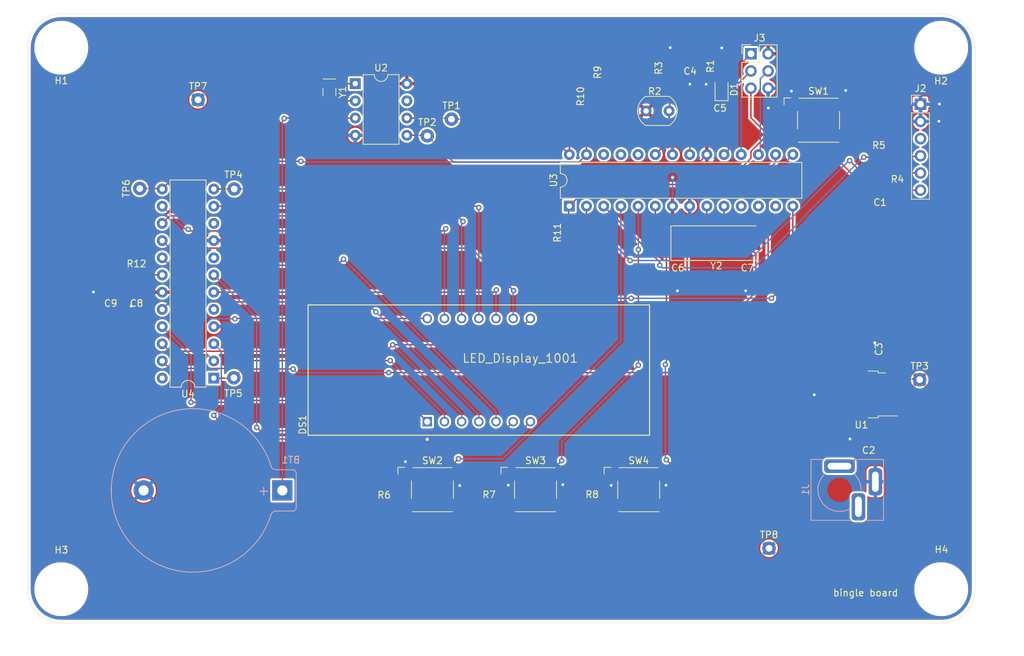
<source format=kicad_pcb>
(kicad_pcb (version 20211014) (generator pcbnew)
  (layers (0 "F.Cu" signal) (31 "B.Cu" signal) (34 "B.Paste" user) (35 "F.Paste" user) (36 "B.SilkS" user "B.Silkscreen") (37 "F.SilkS" user "F.Silkscreen") (38 "B.Mask" user) (39 "F.Mask" user) (44 "Edge.Cuts" user))
  (net 0 "")
  (net 1 "Net-(BT1-Pad1)")
  (net 2 "GND")
  (net 3 "~{RESET}")
  (net 4 "Net-(C1-Pad2)")
  (net 5 "Net-(C2-Pad1)")
  (net 6 "VCC")
  (net 7 "Net-(C4-Pad1)")
  (net 8 "Net-(C6-Pad2)")
  (net 9 "Net-(C7-Pad2)")
  (net 10 "Net-(D1-Pad1)")
  (net 11 "LED_SCK")
  (net 12 "Net-(DS1-Pad1)")
  (net 13 "Net-(DS1-Pad2)")
  (net 14 "Net-(DS1-Pad3)")
  (net 15 "Net-(DS1-Pad4)")
  (net 16 "Net-(DS1-Pad5)")
  (net 17 "Net-(DS1-Pad6)")
  (net 18 "Net-(DS1-Pad7)")
  (net 19 "Net-(DS1-Pad9)")
  (net 20 "Net-(DS1-Pad10)")
  (net 21 "Net-(DS1-Pad11)")
  (net 22 "Net-(DS1-Pad12)")
  (net 23 "Net-(DS1-Pad13)")
  (net 24 "Net-(DS1-Pad14)")
  (net 26 "Net-(J2-Pad5)")
  (net 27 "Net-(J2-Pad4)")
  (net 29 "MISO")
  (net 30 "MOSI")
  (net 31 "LIGHT_SENSOR")
  (net 32 "RXD")
  (net 33 "TXD")
  (net 34 "BTN_DWN")
  (net 35 "BTN_SEL")
  (net 36 "BTN_UP")
  (net 37 "SDA")
  (net 38 "SCL")
  (net 39 "Net-(R12-Pad2)")
  (net 40 "Net-(U2-Pad1)")
  (net 41 "Net-(U2-Pad2)")
  (net 43 "DISP_LOAD")
  (net 44 "DISP_DATA")
  (net 51 "DISP_CLK")
  (footprint "footprints:MountingHole_3.2mm_M3" (layer "F.Cu") (at 215 140)
    (fp_text reference "H4")
    (fp_text value "MountingHole")
  )
  (footprint "footprints:C_0805_2012Metric" (layer "F.Cu") (at 180.2892 68.0212 90)
    (fp_text reference "C5")
    (fp_text value "C_0805_0.1uf")
  )
  (footprint "footprints:TestPoint_THTPad_D2.0mm_Drill1.0mm" (layer "F.Cu") (at 110.5414 80.8736 90)
    (fp_text reference "TP4")
    (fp_text value "TestPoint")
  )
  (footprint "footprints:R_0805_2012Metric" (layer "F.Cu") (at 132.6896 127.7366)
    (fp_text reference "R6")
    (fp_text value "R_0805_10K")
  )
  (footprint "footprints:R_0805_2012Metric" (layer "F.Cu") (at 162.5854 63.6388 -90)
    (fp_text reference "R9")
    (fp_text value "R_0805_4.7K")
  )
  (footprint "footprints:C_0805_2012Metric" (layer "F.Cu") (at 96.1136 96.1136 180)
    (fp_text reference "C8")
    (fp_text value "C_0805_0.1uf")
  )
  (footprint "footprints:TestPoint_THTPad_D2.0mm_Drill1.0mm" (layer "F.Cu") (at 211.8106 109.0422)
    (fp_text reference "TP3")
    (fp_text value "TestPoint")
  )
  (footprint "footprints:C_0805_2012Metric" (layer "F.Cu") (at 204.284 117.8306 180)
    (fp_text reference "C2")
    (fp_text value "C_0805_1uf")
  )
  (footprint "footprints:R_0805_2012Metric" (layer "F.Cu") (at 148.209 127.6858)
    (fp_text reference "R7")
    (fp_text value "R_0805_10K")
  )
  (footprint "footprints:Crystal_SMD_HC49-SD" (layer "F.Cu") (at 181.7624 88.8746)
    (fp_text reference "Y2")
    (fp_text value "Crystal_16MHz")
  )
  (footprint "footprints:PinHeader_1x06_P2.54mm_Vertical" (layer "F.Cu") (at 211.9376 68.3514)
    (fp_text reference "J2")
    (fp_text value "Conn_01x06")
  )
  (footprint "footprints:Crystal_SMD_2Pin_3.2x1.5mm" (layer "F.Cu") (at 124.6124 66.5734 -90)
    (fp_text reference "Y1")
    (fp_text value "Crystal_32768Hz")
  )
  (footprint "footprints:R_0805_2012Metric" (layer "F.Cu") (at 160.0708 67.183 -90)
    (fp_text reference "R10")
    (fp_text value "R_0805_4.7K")
  )
  (footprint "footprints:R_0805_2012Metric" (layer "F.Cu") (at 205.7654 78.486)
    (fp_text reference "R4")
    (fp_text value "R_0805_47")
  )
  (footprint "footprints:R_0805_2012Metric" (layer "F.Cu") (at 163.4236 127.6604)
    (fp_text reference "R8")
    (fp_text value "R_0805_10K")
  )
  (footprint "footprints:R_0805_2012Metric" (layer "F.Cu") (at 205.7908 76.073)
    (fp_text reference "R5")
    (fp_text value "R_0805_47")
  )
  (footprint "footprints:DIP-8_W7.62mm" (layer "F.Cu") (at 128.4324 65.3134)
    (fp_text reference "U2")
    (fp_text value "DS1307_DIP-8")
  )
  (footprint "footprints:PinHeader_2x03_P2.54mm_Vertical" (layer "F.Cu") (at 186.8882 60.8988)
    (fp_text reference "J3")
    (fp_text value "Conn_02x03_Odd_Even")
  )
  (footprint "footprints:TestPoint_THTPad_D2.0mm_Drill1.0mm" (layer "F.Cu") (at 110.4906 108.7628 90)
    (fp_text reference "TP5")
    (fp_text value "TestPoint")
  )
  (footprint "footprints:MountingHole_3.2mm_M3" (layer "F.Cu") (at 215 60)
    (fp_text reference "H2")
    (fp_text value "MountingHole")
  )
  (footprint "footprints:SW_SPST_Omron_B3FS-100xP" (layer "F.Cu") (at 155.067 125.2982)
    (fp_text reference "SW3")
    (fp_text value "Omron_B3F_SPST")
  )
  (footprint "footprints:MountingHole_3.2mm_M3" (layer "F.Cu") (at 85 140)
    (fp_text reference "H3")
    (fp_text value "MountingHole")
  )
  (footprint "footprints:TestPoint_THTPad_D2.0mm_Drill1.0mm" (layer "F.Cu") (at 142.6478 70.5552)
    (fp_text reference "TP1")
    (fp_text value "TestPoint")
  )
  (footprint "footprints:SW_SPST_Omron_B3FS-100xP" (layer "F.Cu") (at 139.827 125.2982)
    (fp_text reference "SW2")
    (fp_text value "Omron_B3F_SPST")
  )
  (footprint "footprints:Adafruit-1001-0-0-MFG" (layer "F.Cu") (at 146.685 107.6258 90)
    (fp_text reference "DS1")
    (fp_text value "LED_Display_1001")
  )
  (footprint "footprints:R_0805_2012Metric" (layer "F.Cu") (at 96.1136 93.5736)
    (fp_text reference "R12")
    (fp_text value "R_0805_22K")
  )
  (footprint "footprints:C_0805_2012Metric" (layer "F.Cu") (at 176.6062 94.234)
    (fp_text reference "C6")
    (fp_text value "C_0805_22pf")
  )
  (footprint "footprints:C_0805_2012Metric" (layer "F.Cu") (at 177.8762 68.0212 90)
    (fp_text reference "C4")
    (fp_text value "C_0805_0.1uf")
  )
  (footprint "footprints:R_0805_2012Metric" (layer "F.Cu") (at 174.9044 63.0174 90)
    (fp_text reference "R3")
    (fp_text value "R_0805_100K")
  )
  (footprint "footprints:DIP-28_W7.62mm" (layer "F.Cu") (at 160.0554 83.4036 90)
    (fp_text reference "U3")
    (fp_text value "ATmega328-PU")
  )
  (footprint "footprints:MountingHole_3.2mm_M3" (layer "F.Cu") (at 85 60)
    (fp_text reference "H1")
    (fp_text value "MountingHole")
  )
  (footprint "footprints:C_0805_2012Metric" (layer "F.Cu") (at 92.3036 96.1136 180)
    (fp_text reference "C9")
    (fp_text value "C_0805_10uf")
  )
  (footprint "footprints:LED_0805_2012Metric" (layer "F.Cu") (at 182.5498 66.1416 90)
    (fp_text reference "D1")
    (fp_text value "LED_0805")
  )
  (footprint "footprints:SW_SPST_Omron_B3FS-100xP" (layer "F.Cu") (at 170.307 125.2982)
    (fp_text reference "SW4")
    (fp_text value "Omron_B3F_SPST")
  )
  (footprint "footprints:C_0805_2012Metric" (layer "F.Cu") (at 205.8416 81.0514)
    (fp_text reference "C1")
    (fp_text value "C_0805_0.1uf")
  )
  (footprint "footprints:TO-252-2" (layer "F.Cu") (at 203.2172 111.2266 180)
    (fp_text reference "U1")
    (fp_text value "L7805")
  )
  (footprint "footprints:R_0805_2012Metric" (layer "F.Cu") (at 182.5498 62.738 90)
    (fp_text reference "R1")
    (fp_text value "R_0805_2.2K")
  )
  (footprint "footprints:R_LDR_4.9x4.2mm_P2.54mm_Vertical" (layer "F.Cu") (at 171.4006 69.342)
    (fp_text reference "R2")
    (fp_text value "PhotoconductivePhotocell")
  )
  (footprint "footprints:R_0805_2012Metric" (layer "F.Cu") (at 159.9438 87.3252 90)
    (fp_text reference "R11")
    (fp_text value "R_0805_10K")
  )
  (footprint "footprints:DIP-24_W7.62mm" (layer "F.Cu") (at 107.5336 108.8186 180)
    (fp_text reference "U4")
    (fp_text value "MAX7219")
  )
  (footprint "footprints:C_0805_2012Metric" (layer "F.Cu") (at 207.4336 104.5328 90)
    (fp_text reference "C3")
    (fp_text value "C_0805_0.1uf")
  )
  (footprint "footprints:C_0805_2012Metric" (layer "F.Cu") (at 186.7662 94.234)
    (fp_text reference "C7")
    (fp_text value "C_0805_22pf")
  )
  (footprint "footprints:TestPoint_THTPad_D2.0mm_Drill1.0mm" (layer "F.Cu") (at 105.2068 67.691)
    (fp_text reference "TP7")
    (fp_text value "TestPoint")
  )
  (footprint "footprints:TestPoint_THTPad_D2.0mm_Drill1.0mm" (layer "F.Cu") (at 96.5968 80.7974 90)
    (fp_text reference "TP6")
    (fp_text value "TestPoint")
  )
  (footprint "footprints:SW_SPST_Omron_B3FS-100xP" (layer "F.Cu") (at 196.8754 70.7136)
    (fp_text reference "SW1")
    (fp_text value "Omron_B3F_SPST")
  )
  (footprint "footprints:TestPoint_THTPad_D2.0mm_Drill1.0mm" (layer "F.Cu") (at 139.0664 73.019)
    (fp_text reference "TP2")
    (fp_text value "TestPoint")
  )
  (footprint "footprints:TestPoint_THTPad_D2.0mm_Drill1.0mm" (layer "F.Cu") (at 189.5602 133.9596)
    (fp_text reference "TP8")
    (fp_text value "TestPoint")
  )
  (footprint "footprints:BatteryHolder_Keystone_106_1x20mm" (layer "B.Cu") (at 117.658686 125.405817 180)
    (fp_text reference "BT1")
    (fp_text value "Battery_Cell")
  )
  (footprint "footprints:Wurth-694106402002" (layer "B.Cu") (at 199.9672 125.3236 -90)
    (fp_text reference "J1")
    (fp_text value "Power_inlet_vertical" hide)
  )
  (gr_line locked (start 220 60) (end 220 140) (layer "Edge.Cuts") (width 0.05))
  (gr_line locked (start 80 60) (end 80 140) (layer "Edge.Cuts") (width 0.05))
  (gr_arc locked (start 80 60) (mid 81.464466 56.464466) (end 85 55) (layer "Edge.Cuts") (width 0.05))
  (gr_arc locked (start 85 145) (mid 81.464466 143.535534) (end 80 140) (layer "Edge.Cuts") (width 0.05))
  (gr_arc locked (start 220 140) (mid 218.535534 143.535534) (end 215 145) (layer "Edge.Cuts") (width 0.05))
  (gr_line locked (start 215 55) (end 85 55) (layer "Edge.Cuts") (width 0.05))
  (gr_arc locked (start 215 55) (mid 218.535534 56.464466) (end 220 60) (layer "Edge.Cuts") (width 0.05))
  (gr_line locked (start 215 145) (end 85 145) (layer "Edge.Cuts") (width 0.05))
  (gr_text "bingle board" (at 203.835 140.5382) (layer "F.SilkS") (effects (font (size 1 1))))
  (segment (start 118.0238 70.3934) (end 128.4324 70.3934) (width 0.2032) (layer "F.Cu") (net 1))
  (segment (start 117.9322 70.4596) (end 117.9576 70.4596) (width 0.2032) (layer "F.Cu") (net 1))
  (segment (start 117.9576 70.4596) (end 118.0238 70.3934) (width 0.2032) (layer "F.Cu") (net 1))
  (via (at 117.9322 70.4596) (size 0.8128) (drill 0.4064) (layers "F.Cu" "B.Cu") (net 1))
  (segment (start 117.9322 70.4596) (end 117.658686 70.733114) (width 0.2032) (layer "B.Cu") (net 1))
  (segment (start 117.658686 70.733114) (end 117.658686 125.405817) (width 0.2032) (layer "B.Cu") (net 1))
  (segment (start 143.827 124.65) (end 143.8656 124.6886) (width 0.2032) (layer "F.Cu") (net 2))
  (segment (start 180.2638 65.405) (end 180.2638 67.1458) (width 0.2032) (layer "F.Cu") (net 2))
  (segment (start 174.3456 123.0868) (end 174.307 123.0482) (width 0.2032) (layer "F.Cu") (net 2))
  (segment (start 175.7562 95.6446) (end 176.022 95.9104) (width 0.2032) (layer "F.Cu") (net 2))
  (segment (start 214.6554 70.866) (end 214.63 70.8914) (width 0.2032) (layer "F.Cu") (net 2))
  (segment (start 95.2636 98.1084) (end 95.2636 96.1136) (width 0.2032) (layer "F.Cu") (net 2))
  (segment (start 166.307 123.0482) (end 166.307 124.5992) (width 0.2032) (layer "F.Cu") (net 2))
  (segment (start 189.4282 65.9788) (end 189.4282 68.8798) (width 0.2032) (layer "F.Cu") (net 2))
  (segment (start 135.827 123.0482) (end 135.827 121.1702) (width 0.2032) (layer "F.Cu") (net 2))
  (segment (start 143.827 123.0482) (end 143.827 124.65) (width 0.2032) (layer "F.Cu") (net 2))
  (segment (start 159.0802 124.5616) (end 159.0802 123.0614) (width 0.2032) (layer "F.Cu") (net 2))
  (segment (start 177.8762 65.3796) (end 177.8762 67.1712) (width 0.2032) (layer "F.Cu") (net 2))
  (segment (start 89.7636 96.0882) (end 91.4282 96.0882) (width 0.2032) (layer "F.Cu") (net 2))
  (segment (start 174.9044 60.0456) (end 174.9044 62.1674) (width 0.2032) (layer "F.Cu") (net 2))
  (segment (start 174.9552 59.9948) (end 174.9044 60.0456) (width 0.2032) (layer "F.Cu") (net 2))
  (segment (start 159.0802 123.0614) (end 159.067 123.0482) (width 0.2032) (layer "F.Cu") (net 2))
  (segment (start 135.827 121.1702) (end 135.8392 121.158) (width 0.2032) (layer "F.Cu") (net 2))
  (segment (start 185.9162 95.7208) (end 186.1058 95.9104) (width 0.2032) (layer "F.Cu") (net 2))
  (segment (start 185.9162 94.234) (end 185.9162 95.7208) (width 0.2032) (layer "F.Cu") (net 2))
  (segment (start 214.7062 68.3514) (end 211.9376 68.3514) (width 0.2032) (layer "F.Cu") (net 2))
  (segment (start 203.434 117.8306) (end 201.549 117.8306) (width 0.2032) (layer "F.Cu") (net 2))
  (segment (start 205.2828 103.6828) (end 207.4336 103.6828) (width 0.2032) (layer "F.Cu") (net 2))
  (segment (start 189.4282 68.8798) (end 189.4586 68.9102) (width 0.2032) (layer "F.Cu") (net 2))
  (segment (start 192.8622 66.421) (end 192.8754 66.4342) (width 0.2032) (layer "F.Cu") (net 2))
  (segment (start 192.8754 66.4342) (end 192.8754 68.4636) (width 0.2032) (layer "F.Cu") (net 2))
  (segment (start 200.8886 66.3194) (end 200.8754 66.3326) (width 0.2032) (layer "F.Cu") (net 2))
  (segment (start 175.7562 94.234) (end 175.7562 95.6446) (width 0.2032) (layer "F.Cu") (net 2))
  (segment (start 166.307 124.5992) (end 166.243 124.6632) (width 0.2032) (layer "F.Cu") (net 2))
  (segment (start 151.067 123.0482) (end 151.067 124.5992) (width 0.2032) (layer "F.Cu") (net 2))
  (segment (start 91.4282 96.0882) (end 91.4536 96.1136) (width 0.2032) (layer "F.Cu") (net 2))
  (segment (start 95.3262 98.171) (end 95.2636 98.1084) (width 0.2032) (layer "F.Cu") (net 2))
  (segment (start 214.63 70.8914) (end 211.9376 70.8914) (width 0.2032) (layer "F.Cu") (net 2))
  (segment (start 200.8754 66.3326) (end 200.8754 68.4636) (width 0.2032) (layer "F.Cu") (net 2))
  (segment (start 196.2404 111.2774) (end 196.2912 111.2266) (width 0.2032) (layer "F.Cu") (net 2))
  (segment (start 182.5752 60.032) (end 182.5752 61.8626) (width 0.2032) (layer "F.Cu") (net 2))
  (segment (start 196.2912 111.2266) (end 201.1172 111.2266) (width 0.2032) (layer "F.Cu") (net 2))
  (segment (start 151.067 124.5992) (end 151.0284 124.6378) (width 0.2032) (layer "F.Cu") (net 2))
  (segment (start 201.549 117.8306) (end 201.5236 117.8052) (width 0.2032) (layer "F.Cu") (net 2))
  (segment (start 205.1812 103.5812) (end 205.2828 103.6828) (width 0.2032) (layer "F.Cu") (net 2))
  (segment (start 174.3456 124.6378) (end 174.3456 123.0868) (width 0.2032) (layer "F.Cu") (net 2))
  (segment (start 214.7316 68.326) (end 214.7062 68.3514) (width 0.2032) (layer "F.Cu") (net 2))
  (via (at 200.8886 66.3194) (size 0.8128) (drill 0.4064) (layers "F.Cu" "B.Cu") (net 2))
  (via (at 174.3456 124.6378) (size 0.8128) (drill 0.4064) (layers "F.Cu" "B.Cu") (net 2))
  (via (at 151.0284 124.6378) (size 0.8128) (drill 0.4064) (layers "F.Cu" "B.Cu") (net 2))
  (via (at 135.8392 121.158) (size 0.8128) (drill 0.4064) (layers "F.Cu" "B.Cu") (net 2))
  (via (at 192.8622 66.421) (size 0.8128) (drill 0.4064) (layers "F.Cu" "B.Cu") (net 2))
  (via (at 176.022 95.9104) (size 0.8128) (drill 0.4064) (layers "F.Cu" "B.Cu") (net 2))
  (via (at 89.7636 96.0882) (size 0.8128) (drill 0.4064) (layers "F.Cu" "B.Cu") (net 2))
  (via (at 166.243 124.6632) (size 0.8128) (drill 0.4064) (layers "F.Cu" "B.Cu") (net 2))
  (via (at 174.9552 59.9948) (size 0.8128) (drill 0.4064) (layers "F.Cu" "B.Cu") (net 2))
  (via (at 95.3262 98.171) (size 0.8128) (drill 0.4064) (layers "F.Cu" "B.Cu") (net 2))
  (via (at 196.2404 111.2774) (size 0.8128) (drill 0.4064) (layers "F.Cu" "B.Cu") (net 2))
  (via (at 143.8656 124.6886) (size 0.8128) (drill 0.4064) (layers "F.Cu" "B.Cu") (net 2))
  (via (at 186.1058 95.9104) (size 0.8128) (drill 0.4064) (layers "F.Cu" "B.Cu") (net 2))
  (via (at 177.8762 65.3796) (size 0.8128) (drill 0.4064) (layers "F.Cu" "B.Cu") (net 2))
  (via (at 201.5236 117.8052) (size 0.8128) (drill 0.4064) (layers "F.Cu" "B.Cu") (net 2))
  (via (at 214.7316 68.326) (size 0.8128) (drill 0.4064) (layers "F.Cu" "B.Cu") (net 2))
  (via (at 182.5752 60.032) (size 0.8128) (drill 0.4064) (layers "F.Cu" "B.Cu") (net 2))
  (via (at 205.1812 103.5812) (size 0.8128) (drill 0.4064) (layers "F.Cu" "B.Cu") (net 2))
  (via (at 189.4586 68.9102) (size 0.8128) (drill 0.4064) (layers "F.Cu" "B.Cu") (net 2))
  (via (at 180.2638 65.405) (size 0.8128) (drill 0.4064) (layers "F.Cu" "B.Cu") (net 2))
  (via (at 214.6554 70.866) (size 0.8128) (drill 0.4064) (layers "F.Cu" "B.Cu") (net 2))
  (via (at 159.0802 124.5616) (size 0.8128) (drill 0.4064) (layers "F.Cu" "B.Cu") (net 2))
  (segment (start 189.4282 65.9788) (end 189.4282 68.8798) (width 0.2032) (layer "B.Cu") (net 2))
  (segment (start 189.4282 68.8798) (end 189.4586 68.9102) (width 0.2032) (layer "B.Cu") (net 2))
  (segment (start 163.2458 80.2132) (end 183.007 80.2132) (width 0.2032) (layer "F.Cu") (net 3))
  (segment (start 186.891089 76.329111) (end 186.891089 75.326178) (width 0.2032) (layer "F.Cu") (net 3))
  (segment (start 204.9916 81.0514) (end 204.2134 81.0514) (width 0.2032) (layer "F.Cu") (net 3))
  (segment (start 189.5348 72.9996) (end 190.01788 73.48268) (width 0.2032) (layer "F.Cu") (net 3))
  (segment (start 200.8754 72.9636) (end 192.8754 72.9636) (width 0.2032) (layer "F.Cu") (net 3))
  (segment (start 159.9438 83.5152) (end 160.0554 83.4036) (width 0.2032) (layer "F.Cu") (net 3))
  (segment (start 189.217667 72.9996) (end 189.5348 72.9996) (width 0.2032) (layer "F.Cu") (net 3))
  (segment (start 186.8882 70.353) (end 189.5348 72.9996) (width 0.2032) (layer "F.Cu") (net 3))
  (segment (start 199.7456 76.5836) (end 199.7456 74.0934) (width 0.2032) (layer "F.Cu") (net 3))
  (segment (start 204.2134 81.0514) (end 199.7456 76.5836) (width 0.2032) (layer "F.Cu") (net 3))
  (segment (start 186.891089 75.326178) (end 189.217667 72.9996) (width 0.2032) (layer "F.Cu") (net 3))
  (segment (start 192.35632 73.48268) (end 192.8754 72.9636) (width 0.2032) (layer "F.Cu") (net 3))
  (segment (start 199.7456 74.0934) (end 200.8754 72.9636) (width 0.2032) (layer "F.Cu") (net 3))
  (segment (start 190.01788 73.48268) (end 192.35632 73.48268) (width 0.2032) (layer "F.Cu") (net 3))
  (segment (start 159.9438 86.4752) (end 159.9438 83.5152) (width 0.2032) (layer "F.Cu") (net 3))
  (segment (start 186.8882 65.9788) (end 186.8882 70.353) (width 0.2032) (layer "F.Cu") (net 3))
  (segment (start 160.0554 83.4036) (end 163.2458 80.2132) (width 0.2032) (layer "F.Cu") (net 3))
  (segment (start 183.007 80.2132) (end 186.891089 76.329111) (width 0.2032) (layer "F.Cu") (net 3))
  (segment (start 206.6916 81.0514) (end 211.9376 81.0514) (width 0.2032) (layer "F.Cu") (net 4))
  (segment (start 205.134 117.8306) (end 205.134 117.9556) (width 0.2032) (layer "F.Cu") (net 5))
  (segment (start 205.134 117.8306) (end 205.134 115.7898) (width 0.2032) (layer "F.Cu") (net 5))
  (segment (start 205.134 117.9556) (end 201.266 121.8236) (width 0.2032) (layer "F.Cu") (net 5))
  (segment (start 205.134 115.7898) (end 207.4172 113.5066) (width 0.2032) (layer "F.Cu") (net 5))
  (segment (start 201.266 121.8236) (end 199.9672 121.8236) (width 0.2032) (layer "F.Cu") (net 5))
  (segment (start 176.9872 79.1718) (end 175.3108 79.1718) (width 0.2032) (layer "F.Cu") (net 6))
  (segment (start 207.4172 108.9466) (end 211.715 108.9466) (width 0.2032) (layer "F.Cu") (net 6))
  (segment (start 211.715 108.9466) (end 211.8106 109.0422) (width 0.2032) (layer "F.Cu") (net 6))
  (segment (start 180.3754 75.7836) (end 176.9872 79.1718) (width 0.2032) (layer "F.Cu") (net 6))
  (via (at 175.3108 79.1718) (size 0.8128) (drill 0.4064) (layers "F.Cu" "B.Cu") (net 6))
  (segment (start 175.2954 83.4036) (end 175.2954 79.1872) (width 0.2032) (layer "B.Cu") (net 6))
  (segment (start 177.8762 75.7428) (end 177.8354 75.7836) (width 0.2032) (layer "F.Cu") (net 7))
  (segment (start 177.8762 68.8712) (end 177.8762 75.7428) (width 0.2032) (layer "F.Cu") (net 7))
  (segment (start 177.4562 94.234) (end 177.4562 88.9308) (width 0.2032) (layer "F.Cu") (net 8))
  (segment (start 180.3754 83.4036) (end 180.3754 86.0116) (width 0.2032) (layer "F.Cu") (net 8))
  (segment (start 177.4562 88.9308) (end 177.5124 88.8746) (width 0.2032) (layer "F.Cu") (net 8))
  (segment (start 180.3754 86.0116) (end 177.5124 88.8746) (width 0.2032) (layer "F.Cu") (net 8))
  (segment (start 187.6162 90.4784) (end 186.0124 88.8746) (width 0.2032) (layer "F.Cu") (net 9))
  (segment (start 182.9154 85.7776) (end 186.0124 88.8746) (width 0.2032) (layer "F.Cu") (net 9))
  (segment (start 187.6162 94.234) (end 187.6162 90.4784) (width 0.2032) (layer "F.Cu") (net 9))
  (segment (start 182.9154 83.4036) (end 182.9154 85.7776) (width 0.2032) (layer "F.Cu") (net 9))
  (segment (start 181.54548 66.07478) (end 181.54548 64.59232) (width 0.2032) (layer "F.Cu") (net 10))
  (segment (start 182.5498 67.0791) (end 181.54548 66.07478) (width 0.2032) (layer "F.Cu") (net 10))
  (segment (start 181.54548 64.59232) (end 182.5498 63.588) (width 0.2032) (layer "F.Cu") (net 10))
  (segment (start 182.5498 65.2041) (end 183.55412 66.20842) (width 0.2032) (layer "F.Cu") (net 11))
  (segment (start 183.55412 75.14488) (end 182.9154 75.7836) (width 0.2032) (layer "F.Cu") (net 11))
  (segment (start 186.8882 63.4388) (end 185.1229 65.2041) (width 0.2032) (layer "F.Cu") (net 11))
  (segment (start 185.1229 65.2041) (end 182.5498 65.2041) (width 0.2032) (layer "F.Cu") (net 11))
  (segment (start 183.55412 66.20842) (end 183.55412 75.14488) (width 0.2032) (layer "F.Cu") (net 11))
  (segment (start 112.014 112.1156) (end 135.9348 112.1156) (width 0.2032) (layer "F.Cu") (net 12))
  (segment (start 111.7346 112.395) (end 112.014 112.1156) (width 0.2032) (layer "F.Cu") (net 12))
  (segment (start 135.9348 112.1156) (end 139.065 115.2458) (width 0.2032) (layer "F.Cu") (net 12))
  (segment (start 104.1654 112.395) (end 111.7346 112.395) (width 0.2032) (layer "F.Cu") (net 12))
  (via (at 104.1654 112.395) (size 0.8128) (drill 0.4064) (layers "F.Cu" "B.Cu") (net 12))
  (segment (start 104.1654 112.395) (end 104.1654 105.4504) (width 0.2032) (layer "B.Cu") (net 12))
  (segment (start 104.1654 105.4504) (end 99.9136 101.1986) (width 0.2032) (layer "B.Cu") (net 12))
  (segment (start 133.604 106.2228) (end 111.186025 106.2228) (width 0.2032) (layer "F.Cu") (net 13))
  (segment (start 101.017911 107.382911) (end 99.9136 106.2786) (width 0.2032) (layer "F.Cu") (net 13))
  (segment (start 111.186025 106.2228) (end 110.025914 107.382911) (width 0.2032) (layer "F.Cu") (net 13))
  (segment (start 110.025914 107.382911) (end 101.017911 107.382911) (width 0.2032) (layer "F.Cu") (net 13))
  (via (at 133.604 106.2228) (size 0.8128) (drill 0.4064) (layers "F.Cu" "B.Cu") (net 13))
  (segment (start 141.605 114.2238) (end 133.604 106.2228) (width 0.2032) (layer "B.Cu") (net 13))
  (segment (start 141.605 115.2458) (end 141.605 114.2238) (width 0.2032) (layer "B.Cu") (net 13))
  (segment (start 101.017911 104.842911) (end 99.9136 103.7386) (width 0.2032) (layer "F.Cu") (net 14))
  (segment (start 133.9596 103.886) (end 133.002689 104.842911) (width 0.2032) (layer "F.Cu") (net 14))
  (segment (start 133.9596 103.886) (end 150.4248 103.886) (width 0.2032) (layer "F.Cu") (net 14))
  (segment (start 150.4248 103.886) (end 154.305 100.0058) (width 0.2032) (layer "F.Cu") (net 14))
  (segment (start 133.002689 104.842911) (end 101.017911 104.842911) (width 0.2032) (layer "F.Cu") (net 14))
  (via (at 133.9596 103.886) (size 0.8128) (drill 0.4064) (layers "F.Cu" "B.Cu") (net 14))
  (segment (start 144.145 115.2458) (end 144.145 114.0714) (width 0.2032) (layer "B.Cu") (net 14))
  (segment (start 144.145 114.0714) (end 133.9596 103.886) (width 0.2032) (layer "B.Cu") (net 14))
  (segment (start 129.990089 97.554289) (end 101.017911 97.554289) (width 0.2032) (layer "F.Cu") (net 15))
  (segment (start 101.017911 97.554289) (end 99.9136 98.6586) (width 0.2032) (layer "F.Cu") (net 15))
  (segment (start 131.4704 99.0346) (end 129.990089 97.554289) (width 0.2032) (layer "F.Cu") (net 15))
  (via (at 131.4704 99.0346) (size 0.8128) (drill 0.4064) (layers "F.Cu" "B.Cu") (net 15))
  (segment (start 146.685 114.2492) (end 131.4704 99.0346) (width 0.2032) (layer "B.Cu") (net 15))
  (segment (start 146.685 115.2458) (end 146.685 114.2492) (width 0.2032) (layer "B.Cu") (net 15))
  (segment (start 101.017911 92.142911) (end 99.9136 91.0386) (width 0.2032) (layer "F.Cu") (net 16))
  (segment (start 125.789089 92.142911) (end 101.017911 92.142911) (width 0.2032) (layer "F.Cu") (net 16))
  (segment (start 126.6952 91.2368) (end 125.789089 92.142911) (width 0.2032) (layer "F.Cu") (net 16))
  (via (at 126.6952 91.2368) (size 0.8128) (drill 0.4064) (layers "F.Cu" "B.Cu") (net 16))
  (segment (start 149.225 115.2458) (end 149.225 113.7666) (width 0.2032) (layer "B.Cu") (net 16))
  (segment (start 149.225 113.7666) (end 126.6952 91.2368) (width 0.2032) (layer "B.Cu") (net 16))
  (segment (start 114.3508 116.586) (end 113.8682 116.1034) (width 0.2032) (layer "F.Cu") (net 17))
  (segment (start 150.4248 116.586) (end 114.3508 116.586) (width 0.2032) (layer "F.Cu") (net 17))
  (segment (start 151.765 115.2458) (end 150.4248 116.586) (width 0.2032) (layer "F.Cu") (net 17))
  (via (at 113.8682 116.1034) (size 0.8128) (drill 0.4064) (layers "F.Cu" "B.Cu") (net 17))
  (segment (start 113.8682 99.9132) (end 107.5336 93.5786) (width 0.2032) (layer "B.Cu") (net 17))
  (segment (start 113.8682 116.1034) (end 113.8682 99.9132) (width 0.2032) (layer "B.Cu") (net 17))
  (segment (start 154.305 115.2458) (end 151.7456 117.8052) (width 0.2032) (layer "F.Cu") (net 18))
  (segment (start 151.7456 117.8052) (end 110.998 117.8052) (width 0.2032) (layer "F.Cu") (net 18))
  (segment (start 107.5182 114.3254) (end 110.998 117.8052) (width 0.2032) (layer "F.Cu") (net 18))
  (via (at 107.5182 114.3254) (size 0.8128) (drill 0.4064) (layers "F.Cu" "B.Cu") (net 18))
  (segment (start 108.637911 104.842911) (end 107.5336 103.7386) (width 0.2032) (layer "B.Cu") (net 18))
  (segment (start 107.5182 114.3254) (end 108.637911 113.205689) (width 0.2032) (layer "B.Cu") (net 18))
  (segment (start 108.637911 113.205689) (end 108.637911 104.842911) (width 0.2032) (layer "B.Cu") (net 18))
  (segment (start 99.9136 88.4986) (end 101.017911 89.602911) (width 0.2032) (layer "F.Cu") (net 19))
  (segment (start 145.533711 89.602911) (end 151.8158 95.885) (width 0.2032) (layer "F.Cu") (net 19))
  (segment (start 101.017911 89.602911) (end 145.533711 89.602911) (width 0.2032) (layer "F.Cu") (net 19))
  (via (at 151.8158 95.885) (size 0.8128) (drill 0.4064) (layers "F.Cu" "B.Cu") (net 19))
  (segment (start 151.765 95.9358) (end 151.8158 95.885) (width 0.2032) (layer "B.Cu") (net 19))
  (segment (start 151.765 100.0058) (end 151.765 95.9358) (width 0.2032) (layer "B.Cu") (net 19))
  (segment (start 149.2758 95.7834) (end 148.9406 96.1186) (width 0.2032) (layer "F.Cu") (net 20))
  (segment (start 148.9406 96.1186) (end 107.5336 96.1186) (width 0.2032) (layer "F.Cu") (net 20))
  (via (at 149.2758 95.7834) (size 0.8128) (drill 0.4064) (layers "F.Cu" "B.Cu") (net 20))
  (segment (start 149.225 100.0058) (end 149.225 95.8342) (width 0.2032) (layer "B.Cu") (net 20))
  (segment (start 149.225 95.8342) (end 149.2758 95.7834) (width 0.2032) (layer "B.Cu") (net 20))
  (segment (start 146.685 83.6168) (end 146.4868 83.4186) (width 0.2032) (layer "F.Cu") (net 21))
  (segment (start 146.4868 83.4186) (end 107.5336 83.4186) (width 0.2032) (layer "F.Cu") (net 21))
  (via (at 146.685 83.6168) (size 0.8128) (drill 0.4064) (layers "F.Cu" "B.Cu") (net 21))
  (segment (start 146.685 100.0058) (end 146.685 83.6168) (width 0.2032) (layer "B.Cu") (net 21))
  (segment (start 101.017911 84.854289) (end 99.9136 85.9586) (width 0.2032) (layer "F.Cu") (net 22))
  (segment (start 143.528289 84.854289) (end 101.017911 84.854289) (width 0.2032) (layer "F.Cu") (net 22))
  (segment (start 144.3482 85.6742) (end 143.528289 84.854289) (width 0.2032) (layer "F.Cu") (net 22))
  (via (at 144.3482 85.6742) (size 0.8128) (drill 0.4064) (layers "F.Cu" "B.Cu") (net 22))
  (segment (start 144.145 100.0058) (end 144.145 85.8774) (width 0.2032) (layer "B.Cu") (net 22))
  (segment (start 144.145 85.8774) (end 144.3482 85.6742) (width 0.2032) (layer "B.Cu") (net 22))
  (segment (start 141.7828 86.741) (end 141.460889 87.062911) (width 0.2032) (layer "F.Cu") (net 23))
  (segment (start 141.460889 87.062911) (end 104.004711 87.062911) (width 0.2032) (layer "F.Cu") (net 23))
  (segment (start 104.004711 87.062911) (end 103.759 86.8172) (width 0.2032) (layer "F.Cu") (net 23))
  (via (at 141.7828 86.741) (size 0.8128) (drill 0.4064) (layers "F.Cu" "B.Cu") (net 23))
  (via (at 103.759 86.8172) (size 0.8128) (drill 0.4064) (layers "F.Cu" "B.Cu") (net 23))
  (segment (start 103.759 86.8172) (end 103.3122 86.8172) (width 0.2032) (layer "B.Cu") (net 23))
  (segment (start 141.605 100.0058) (end 141.605 86.9188) (width 0.2032) (layer "B.Cu") (net 23))
  (segment (start 141.605 86.9188) (end 141.7828 86.741) (width 0.2032) (layer "B.Cu") (net 23))
  (segment (start 103.3122 86.8172) (end 99.9136 83.4186) (width 0.2032) (layer "B.Cu") (net 23))
  (segment (start 139.065 100.0058) (end 110.6872 100.0058) (width 0.2032) (layer "F.Cu") (net 24))
  (segment (start 110.6872 100.0058) (end 110.6424 100.0506) (width 0.2032) (layer "F.Cu") (net 24))
  (via (at 110.6424 100.0506) (size 0.8128) (drill 0.4064) (layers "F.Cu" "B.Cu") (net 24))
  (segment (start 107.119867 100.0506) (end 106.429289 100.741178) (width 0.2032) (layer "B.Cu") (net 24))
  (segment (start 106.429289 100.741178) (end 106.429289 105.174289) (width 0.2032) (layer "B.Cu") (net 24))
  (segment (start 106.429289 105.174289) (end 107.5336 106.2786) (width 0.2032) (layer "B.Cu") (net 24))
  (segment (start 110.6424 100.0506) (end 107.119867 100.0506) (width 0.2032) (layer "B.Cu") (net 24))
  (segment (start 211.9122 78.486) (end 211.9376 78.5114) (width 0.2032) (layer "F.Cu") (net 26))
  (segment (start 206.6154 78.486) (end 211.9122 78.486) (width 0.2032) (layer "F.Cu") (net 26))
  (segment (start 206.6408 76.073) (end 211.836 76.073) (width 0.2032) (layer "F.Cu") (net 27))
  (segment (start 211.836 76.073) (end 211.9376 75.9714) (width 0.2032) (layer "F.Cu") (net 27))
  (segment (start 186.8882 60.8988) (end 185.4554 62.3316) (width 0.2032) (layer "B.Cu") (net 29))
  (segment (start 185.4554 62.3316) (end 185.4554 75.7836) (width 0.2032) (layer "B.Cu") (net 29))
  (segment (start 188.273889 64.593111) (end 188.273889 75.505111) (width 0.2032) (layer "B.Cu") (net 30))
  (segment (start 188.273889 75.505111) (end 187.9954 75.7836) (width 0.2032) (layer "B.Cu") (net 30))
  (segment (start 189.4282 63.4388) (end 188.273889 64.593111) (width 0.2032) (layer "B.Cu") (net 30))
  (segment (start 174.9044 63.8674) (end 174.9044 69.2382) (width 0.2032) (layer "F.Cu") (net 31))
  (segment (start 174.9044 69.2382) (end 174.8006 69.342) (width 0.2032) (layer "F.Cu") (net 31))
  (segment (start 174.8006 73.7384) (end 172.7554 75.7836) (width 0.2032) (layer "F.Cu") (net 31))
  (segment (start 174.8006 69.342) (end 174.8006 73.7384) (width 0.2032) (layer "F.Cu") (net 31))
  (segment (start 201.4728 76.6826) (end 203.2762 78.486) (width 0.2032) (layer "F.Cu") (net 32))
  (segment (start 203.2762 78.486) (end 204.9154 78.486) (width 0.2032) (layer "F.Cu") (net 32))
  (segment (start 162.5954 83.4036) (end 162.5954 84.9984) (width 0.2032) (layer "F.Cu") (net 32))
  (segment (start 162.5954 84.9984) (end 169.037 91.44) (width 0.2032) (layer "F.Cu") (net 32))
  (via (at 201.4728 76.6826) (size 0.8128) (drill 0.4064) (layers "F.Cu" "B.Cu") (net 32))
  (via (at 169.037 91.44) (size 0.8128) (drill 0.4064) (layers "F.Cu" "B.Cu") (net 32))
  (segment (start 186.727732 91.313) (end 186.772366 91.268366) (width 0.2032) (layer "B.Cu") (net 32))
  (segment (start 186.727733 91.313) (end 186.772366 91.268366) (width 0.2032) (layer "B.Cu") (net 32))
  (segment (start 186.600733 91.44) (end 201.358133 76.6826) (width 0.2032) (layer "B.Cu") (net 32))
  (segment (start 201.358133 76.6826) (end 201.4728 76.6826) (width 0.2032) (layer "B.Cu") (net 32))
  (segment (start 169.037 91.44) (end 186.600733 91.44) (width 0.2032) (layer "B.Cu") (net 32))
  (segment (start 173.419298 91.687498) (end 173.419298 92.1507) (width 0.2032) (layer "F.Cu") (net 33))
  (segment (start 204.8392 76.1746) (end 204.9408 76.073) (width 0.2032) (layer "F.Cu") (net 33))
  (segment (start 165.1354 83.4036) (end 173.419298 91.687498) (width 0.2032) (layer "F.Cu") (net 33))
  (segment (start 203.5556 76.1746) (end 204.8392 76.1746) (width 0.2032) (layer "F.Cu") (net 33))
  (via (at 173.419298 92.1507) (size 0.8128) (drill 0.4064) (layers "F.Cu" "B.Cu") (net 33))
  (via (at 203.5556 76.1746) (size 0.8128) (drill 0.4064) (layers "F.Cu" "B.Cu") (net 33))
  (segment (start 187.2996 92.5068) (end 173.775398 92.5068) (width 0.2032) (layer "B.Cu") (net 33))
  (segment (start 173.775398 92.5068) (end 173.419298 92.1507) (width 0.2032) (layer "B.Cu") (net 33))
  (segment (start 203.4794 76.1746) (end 194.816378 84.837622) (width 0.2032) (layer "B.Cu") (net 33))
  (segment (start 194.816378 84.837622) (end 194.816378 84.990022) (width 0.2032) (layer "B.Cu") (net 33))
  (segment (start 194.816378 84.990022) (end 187.2996 92.5068) (width 0.2032) (layer "B.Cu") (net 33))
  (segment (start 133.5396 127.7366) (end 135.6386 127.7366) (width 0.2032) (layer "F.Cu") (net 34))
  (segment (start 143.6878 120.7262) (end 142.722689 121.691311) (width 0.2032) (layer "F.Cu") (net 34))
  (segment (start 142.722689 121.691311) (end 142.722689 126.443889) (width 0.2032) (layer "F.Cu") (net 34))
  (segment (start 143.6386 127.7366) (end 143.827 127.5482) (width 0.2032) (layer "F.Cu") (net 34))
  (segment (start 135.6386 127.7366) (end 135.827 127.5482) (width 0.2032) (layer "F.Cu") (net 34))
  (segment (start 142.722689 126.443889) (end 143.827 127.5482) (width 0.2032) (layer "F.Cu") (net 34))
  (segment (start 133.5396 127.7366) (end 143.6386 127.7366) (width 0.2032) (layer "F.Cu") (net 34))
  (via (at 143.6878 120.7262) (size 0.8128) (drill 0.4064) (layers "F.Cu" "B.Cu") (net 34))
  (segment (start 167.6754 83.4036) (end 167.6754 103.295711) (width 0.2032) (layer "B.Cu") (net 34))
  (segment (start 150.244911 120.7262) (end 143.6878 120.7262) (width 0.2032) (layer "B.Cu") (net 34))
  (segment (start 167.6754 103.295711) (end 150.244911 120.7262) (width 0.2032) (layer "B.Cu") (net 34))
  (segment (start 158.9294 127.6858) (end 159.067 127.5482) (width 0.2032) (layer "F.Cu") (net 35))
  (segment (start 150.9294 127.6858) (end 151.067 127.5482) (width 0.2032) (layer "F.Cu") (net 35))
  (segment (start 157.962689 121.970711) (end 157.962689 126.443889) (width 0.2032) (layer "F.Cu") (net 35))
  (segment (start 149.059 127.6858) (end 158.9294 127.6858) (width 0.2032) (layer "F.Cu") (net 35))
  (segment (start 170.2562 89.8398) (end 170.2562 106.9086) (width 0.2032) (layer "F.Cu") (net 35))
  (segment (start 158.9278 121.0056) (end 157.962689 121.970711) (width 0.2032) (layer "F.Cu") (net 35))
  (segment (start 149.059 127.6858) (end 150.9294 127.6858) (width 0.2032) (layer "F.Cu") (net 35))
  (segment (start 157.962689 126.443889) (end 159.067 127.5482) (width 0.2032) (layer "F.Cu") (net 35))
  (via (at 170.2562 89.8398) (size 0.8128) (drill 0.4064) (layers "F.Cu" "B.Cu") (net 35))
  (via (at 158.9278 121.0056) (size 0.8128) (drill 0.4064) (layers "F.Cu" "B.Cu") (net 35))
  (via (at 170.2562 106.9086) (size 0.8128) (drill 0.4064) (layers "F.Cu" "B.Cu") (net 35))
  (segment (start 170.2154 83.4036) (end 170.2562 83.4444) (width 0.2032) (layer "B.Cu") (net 35))
  (segment (start 170.2562 83.4444) (end 170.2562 89.8398) (width 0.2032) (layer "B.Cu") (net 35))
  (segment (start 158.9278 118.237) (end 158.9278 121.0056) (width 0.2032) (layer "B.Cu") (net 35))
  (segment (start 170.2562 106.9086) (end 158.9278 118.237) (width 0.2032) (layer "B.Cu") (net 35))
  (segment (start 174.3964 120.8786) (end 175.411311 121.893511) (width 0.2032) (layer "F.Cu") (net 36))
  (segment (start 172.7554 88.7322) (end 174.3964 90.3732) (width 0.2032) (layer "F.Cu") (net 36))
  (segment (start 164.2736 127.6604) (end 166.1948 127.6604) (width 0.2032) (layer "F.Cu") (net 36))
  (segment (start 174.3964 106.6546) (end 174.244 106.807) (width 0.2032) (layer "F.Cu") (net 36))
  (segment (start 175.411311 126.443889) (end 174.307 127.5482) (width 0.2032) (layer "F.Cu") (net 36))
  (segment (start 175.411311 121.893511) (end 175.411311 126.443889) (width 0.2032) (layer "F.Cu") (net 36))
  (segment (start 174.3964 90.3732) (end 174.3964 106.6546) (width 0.2032) (layer "F.Cu") (net 36))
  (segment (start 174.1948 127.6604) (end 174.307 127.5482) (width 0.2032) (layer "F.Cu") (net 36))
  (segment (start 164.2736 127.6604) (end 174.1948 127.6604) (width 0.2032) (layer "F.Cu") (net 36))
  (segment (start 172.7554 83.4036) (end 172.7554 88.7322) (width 0.2032) (layer "F.Cu") (net 36))
  (segment (start 166.1948 127.6604) (end 166.307 127.5482) (width 0.2032) (layer "F.Cu") (net 36))
  (via (at 174.244 106.807) (size 0.8128) (drill 0.4064) (layers "F.Cu" "B.Cu") (net 36))
  (via (at 174.3964 120.8786) (size 0.8128) (drill 0.4064) (layers "F.Cu" "B.Cu") (net 36))
  (segment (start 174.244 120.7262) (end 174.3964 120.8786) (width 0.2032) (layer "B.Cu") (net 36))
  (segment (start 174.244 106.807) (end 174.244 120.7262) (width 0.2032) (layer "B.Cu") (net 36))
  (segment (start 162.5854 64.4888) (end 162.5854 75.7936) (width 0.2032) (layer "F.Cu") (net 37))
  (segment (start 138.9808 72.9334) (end 139.0664 73.019) (width 0.2032) (layer "F.Cu") (net 37))
  (segment (start 139.0664 73.019) (end 142.935311 76.887911) (width 0.2032) (layer "F.Cu") (net 37))
  (segment (start 142.935311 76.887911) (end 161.491089 76.887911) (width 0.2032) (layer "F.Cu") (net 37))
  (segment (start 162.5854 75.7936) (end 161.491089 76.887911) (width 0.2032) (layer "F.Cu") (net 37))
  (segment (start 136.0524 72.9334) (end 138.9808 72.9334) (width 0.2032) (layer "F.Cu") (net 37))
  (segment (start 136.0524 70.3934) (end 142.486 70.3934) (width 0.2032) (layer "F.Cu") (net 38))
  (segment (start 160.0708 75.7682) (end 160.0554 75.7836) (width 0.2032) (layer "F.Cu") (net 38))
  (segment (start 160.0708 68.033) (end 160.0708 75.7682) (width 0.2032) (layer "F.Cu") (net 38))
  (segment (start 142.6478 70.5552) (end 154.827 70.5552) (width 0.2032) (layer "F.Cu") (net 38))
  (segment (start 154.827 70.5552) (end 160.0554 75.7836) (width 0.2032) (layer "F.Cu") (net 38))
  (segment (start 142.486 70.3934) (end 142.6478 70.5552) (width 0.2032) (layer "F.Cu") (net 38))
  (segment (start 99.9086 93.5736) (end 99.9136 93.5786) (width 0.2032) (layer "F.Cu") (net 39))
  (segment (start 96.9636 93.5736) (end 99.9086 93.5736) (width 0.2032) (layer "F.Cu") (net 39))
  (segment (start 124.6224 65.3134) (end 124.6124 65.3234) (width 0.2032) (layer "F.Cu") (net 40))
  (segment (start 128.4324 65.3134) (end 124.6224 65.3134) (width 0.2032) (layer "F.Cu") (net 40))
  (segment (start 124.6424 67.8534) (end 124.6124 67.8234) (width 0.2032) (layer "F.Cu") (net 41))
  (segment (start 128.4324 67.8534) (end 124.6424 67.8534) (width 0.2032) (layer "F.Cu") (net 41))
  (segment (start 165.6334 97.028) (end 149.479 80.8736) (width 0.2032) (layer "F.Cu") (net 43))
  (segment (start 193.0754 83.4036) (end 193.0754 93.8684) (width 0.2032) (layer "F.Cu") (net 43))
  (segment (start 193.0754 93.8684) (end 189.9158 97.028) (width 0.2032) (layer "F.Cu") (net 43))
  (segment (start 169.1894 97.028) (end 165.6334 97.028) (width 0.2032) (layer "F.Cu") (net 43))
  (segment (start 149.479 80.8736) (end 110.5414 80.8736) (width 0.2032) (layer "F.Cu") (net 43))
  (segment (start 107.5336 80.8786) (end 110.5364 80.8786) (width 0.2032) (layer "F.Cu") (net 43))
  (segment (start 110.5364 80.8786) (end 110.5414 80.8736) (width 0.2032) (layer "F.Cu") (net 43))
  (via (at 169.1894 97.028) (size 0.8128) (drill 0.4064) (layers "F.Cu" "B.Cu") (net 43))
  (via (at 189.9158 97.028) (size 0.8128) (drill 0.4064) (layers "F.Cu" "B.Cu") (net 43))
  (segment (start 189.9158 97.028) (end 169.1894 97.028) (width 0.2032) (layer "B.Cu") (net 43))
  (segment (start 110.4348 108.8186) (end 110.4906 108.7628) (width 0.2032) (layer "F.Cu") (net 44))
  (segment (start 119.253 107.4674) (end 111.786 107.4674) (width 0.2032) (layer "F.Cu") (net 44))
  (segment (start 190.5354 75.7836) (end 190.5354 76.91497) (width 0.2032) (layer "F.Cu") (net 44))
  (segment (start 111.786 107.4674) (end 110.4906 108.7628) (width 0.2032) (layer "F.Cu") (net 44))
  (segment (start 107.5336 108.8186) (end 110.4348 108.8186) (width 0.2032) (layer "F.Cu") (net 44))
  (segment (start 189.431089 94.302733) (end 175.733022 108.0008) (width 0.2032) (layer "F.Cu") (net 44))
  (segment (start 175.733022 108.0008) (end 133.3754 108.0008) (width 0.2032) (layer "F.Cu") (net 44))
  (segment (start 189.431089 78.019281) (end 189.431089 94.302733) (width 0.2032) (layer "F.Cu") (net 44))
  (segment (start 190.5354 76.91497) (end 189.431089 78.019281) (width 0.2032) (layer "F.Cu") (net 44))
  (via (at 133.3754 108.0008) (size 0.8128) (drill 0.4064) (layers "F.Cu" "B.Cu") (net 44))
  (via (at 119.253 107.4674) (size 0.8128) (drill 0.4064) (layers "F.Cu" "B.Cu") (net 44))
  (segment (start 119.7864 108.0008) (end 119.253 107.4674) (width 0.2032) (layer "B.Cu") (net 44))
  (segment (start 133.3754 108.0008) (end 119.7864 108.0008) (width 0.2032) (layer "B.Cu") (net 44))
  (segment (start 120.396 76.7842) (end 104.008 76.7842) (width 0.2032) (layer "F.Cu") (net 51))
  (segment (start 104.008 76.7842) (end 99.9136 80.8786) (width 0.2032) (layer "F.Cu") (net 51))
  (segment (start 99.8324 80.7974) (end 99.9136 80.8786) (width 0.2032) (layer "F.Cu") (net 51))
  (segment (start 96.5968 80.7974) (end 99.8324 80.7974) (width 0.2032) (layer "F.Cu") (net 51))
  (via (at 120.396 76.7842) (size 0.8128) (drill 0.4064) (layers "F.Cu" "B.Cu") (net 51))
  (segment (start 193.0754 75.7836) (end 191.971089 76.887911) (width 0.2032) (layer "B.Cu") (net 51))
  (segment (start 120.499711 76.887911) (end 120.396 76.7842) (width 0.2032) (layer "B.Cu") (net 51))
  (segment (start 191.971089 76.887911) (end 120.499711 76.887911) (width 0.2032) (layer "B.Cu") (net 51))
  (zone (net 6) (net_name "VCC") (layer "F.Cu") (connect_pads (clearance 0.3048)) (min_thickness 0.3048) (fill yes (thermal_gap 0.508) (thermal_bridge_width 0.508))
    (polygon (pts (xy 226.06 149.86) (xy 76.2 149.86) (xy 76.2 53.0606) (xy 226.06 53.34)))
  )
  (zone locked (net 0) (net_name "") (layers F&B.Cu) (connect_pads (clearance 0)) (min_thickness 0.254)
    (keepout (tracks not_allowed) (vias not_allowed) (pads allowed) (copperpour not_allowed) (footprints allowed))
    (fill (thermal_gap 0.508) (thermal_bridge_width 0.508))
    (polygon (pts (xy 219.005141 140) (xy 218.984638 139.595255) (xy 218.923337 139.194655) (xy 218.821867 138.802299) (xy 218.681267 138.422207) (xy 218.502975 138.058269) (xy 218.288818 137.714212) (xy 218.040989 137.393558) (xy 217.762024 137.09959) (xy 217.454779 136.835318) (xy 217.122401 136.603448) (xy 216.768293 136.406354) (xy 216.39608 136.246053) (xy 216.009573 136.124188) (xy 215.61273 136.042006) (xy 215.209613 136.000348) (xy 214.80435 135.999641) (xy 214.40109 136.039891) (xy 214.003962 136.120688) (xy 213.617032 136.241203) (xy 213.244262 136.400203) (xy 212.889468 136.59606) (xy 212.556283 136.826768) (xy 212.248118 137.089966) (xy 211.968128 137.382958) (xy 211.719181 137.702745) (xy 211.503824 138.046053) (xy 211.324263 138.409367) (xy 211.182337 138.788966) (xy 211.079498 139.180964) (xy 211.0168 139.581349) (xy 210.994883 139.986019) (xy 211.013974 140.390833) (xy 211.073876 140.791646) (xy 211.173975 141.184352) (xy 211.313248 141.564933) (xy 211.490268 141.929491) (xy 211.703223 142.274294) (xy 211.949932 142.595812) (xy 212.227869 142.890751) (xy 212.534189 143.156094) (xy 212.865755 143.389123) (xy 213.219173 143.587452) (xy 213.590825 143.74905) (xy 213.976904 143.872264) (xy 214.373458 143.955831) (xy 214.776427 143.998896) (xy 215.181685 144.001018) (xy 215.585083 143.962175) (xy 215.982491 143.882765) (xy 216.369839 143.763601) (xy 216.743162 143.605904) (xy 217.098637 143.411286) (xy 217.432626 143.181743) (xy 217.741708 142.919622) (xy 218.022718 142.627609) (xy 218.272781 142.308693) (xy 218.489334 141.966139) (xy 218.670162 141.603454) (xy 218.813412 141.224353) (xy 218.917619 140.832716) (xy 218.981715 140.432553) (xy 219.005043 140.027961)))
  )
  (zone locked (net 0) (net_name "") (layers F&B.Cu) (connect_pads (clearance 0)) (min_thickness 0.254)
    (keepout (tracks not_allowed) (vias not_allowed) (pads allowed) (copperpour not_allowed) (footprints allowed))
    (fill (thermal_gap 0.508) (thermal_bridge_width 0.508))
    (polygon (pts (xy 89.005141 60) (xy 88.984638 59.595255) (xy 88.923337 59.194655) (xy 88.821867 58.802299) (xy 88.681267 58.422207) (xy 88.502975 58.058269) (xy 88.288818 57.714212) (xy 88.040989 57.393558) (xy 87.762024 57.09959) (xy 87.454779 56.835318) (xy 87.122401 56.603448) (xy 86.768293 56.406354) (xy 86.39608 56.246053) (xy 86.009573 56.124188) (xy 85.61273 56.042006) (xy 85.209613 56.000348) (xy 84.80435 55.999641) (xy 84.40109 56.039891) (xy 84.003962 56.120688) (xy 83.617032 56.241203) (xy 83.244262 56.400203) (xy 82.889468 56.59606) (xy 82.556283 56.826768) (xy 82.248118 57.089966) (xy 81.968128 57.382958) (xy 81.719181 57.702745) (xy 81.503824 58.046053) (xy 81.324263 58.409367) (xy 81.182337 58.788966) (xy 81.079498 59.180964) (xy 81.0168 59.581349) (xy 80.994883 59.986019) (xy 81.013974 60.390833) (xy 81.073876 60.791646) (xy 81.173975 61.184352) (xy 81.313248 61.564933) (xy 81.490268 61.929491) (xy 81.703223 62.274294) (xy 81.949932 62.595812) (xy 82.227869 62.890751) (xy 82.534189 63.156094) (xy 82.865755 63.389123) (xy 83.219173 63.587452) (xy 83.590825 63.74905) (xy 83.976904 63.872264) (xy 84.373458 63.955831) (xy 84.776427 63.998896) (xy 85.181685 64.001018) (xy 85.585083 63.962175) (xy 85.982491 63.882765) (xy 86.369839 63.763601) (xy 86.743162 63.605904) (xy 87.098637 63.411286) (xy 87.432626 63.181743) (xy 87.741708 62.919622) (xy 88.022718 62.627609) (xy 88.272781 62.308693) (xy 88.489334 61.966139) (xy 88.670162 61.603454) (xy 88.813412 61.224353) (xy 88.917619 60.832716) (xy 88.981715 60.432553) (xy 89.005043 60.027961)))
  )
  (zone locked (net 0) (net_name "") (layers F&B.Cu) (connect_pads (clearance 0)) (min_thickness 0.254)
    (keepout (tracks not_allowed) (vias not_allowed) (pads allowed) (copperpour not_allowed) (footprints allowed))
    (fill (thermal_gap 0.508) (thermal_bridge_width 0.508))
    (polygon (pts (xy 89.005141 140) (xy 88.984638 139.595255) (xy 88.923337 139.194655) (xy 88.821867 138.802299) (xy 88.681267 138.422207) (xy 88.502975 138.058269) (xy 88.288818 137.714212) (xy 88.040989 137.393558) (xy 87.762024 137.09959) (xy 87.454779 136.835318) (xy 87.122401 136.603448) (xy 86.768293 136.406354) (xy 86.39608 136.246053) (xy 86.009573 136.124188) (xy 85.61273 136.042006) (xy 85.209613 136.000348) (xy 84.80435 135.999641) (xy 84.40109 136.039891) (xy 84.003962 136.120688) (xy 83.617032 136.241203) (xy 83.244262 136.400203) (xy 82.889468 136.59606) (xy 82.556283 136.826768) (xy 82.248118 137.089966) (xy 81.968128 137.382958) (xy 81.719181 137.702745) (xy 81.503824 138.046053) (xy 81.324263 138.409367) (xy 81.182337 138.788966) (xy 81.079498 139.180964) (xy 81.0168 139.581349) (xy 80.994883 139.986019) (xy 81.013974 140.390833) (xy 81.073876 140.791646) (xy 81.173975 141.184352) (xy 81.313248 141.564933) (xy 81.490268 141.929491) (xy 81.703223 142.274294) (xy 81.949932 142.595812) (xy 82.227869 142.890751) (xy 82.534189 143.156094) (xy 82.865755 143.389123) (xy 83.219173 143.587452) (xy 83.590825 143.74905) (xy 83.976904 143.872264) (xy 84.373458 143.955831) (xy 84.776427 143.998896) (xy 85.181685 144.001018) (xy 85.585083 143.962175) (xy 85.982491 143.882765) (xy 86.369839 143.763601) (xy 86.743162 143.605904) (xy 87.098637 143.411286) (xy 87.432626 143.181743) (xy 87.741708 142.919622) (xy 88.022718 142.627609) (xy 88.272781 142.308693) (xy 88.489334 141.966139) (xy 88.670162 141.603454) (xy 88.813412 141.224353) (xy 88.917619 140.832716) (xy 88.981715 140.432553) (xy 89.005043 140.027961)))
  )
  (zone locked (net 0) (net_name "") (layers F&B.Cu) (connect_pads (clearance 0)) (min_thickness 0.254)
    (keepout (tracks not_allowed) (vias not_allowed) (pads allowed) (copperpour not_allowed) (footprints allowed))
    (fill (thermal_gap 0.508) (thermal_bridge_width 0.508))
    (polygon (pts (xy 219.005141 60) (xy 218.984638 59.595255) (xy 218.923337 59.194655) (xy 218.821867 58.802299) (xy 218.681267 58.422207) (xy 218.502975 58.058269) (xy 218.288818 57.714212) (xy 218.040989 57.393558) (xy 217.762024 57.09959) (xy 217.454779 56.835318) (xy 217.122401 56.603448) (xy 216.768293 56.406354) (xy 216.39608 56.246053) (xy 216.009573 56.124188) (xy 215.61273 56.042006) (xy 215.209613 56.000348) (xy 214.80435 55.999641) (xy 214.40109 56.039891) (xy 214.003962 56.120688) (xy 213.617032 56.241203) (xy 213.244262 56.400203) (xy 212.889468 56.59606) (xy 212.556283 56.826768) (xy 212.248118 57.089966) (xy 211.968128 57.382958) (xy 211.719181 57.702745) (xy 211.503824 58.046053) (xy 211.324263 58.409367) (xy 211.182337 58.788966) (xy 211.079498 59.180964) (xy 211.0168 59.581349) (xy 210.994883 59.986019) (xy 211.013974 60.390833) (xy 211.073876 60.791646) (xy 211.173975 61.184352) (xy 211.313248 61.564933) (xy 211.490268 61.929491) (xy 211.703223 62.274294) (xy 211.949932 62.595812) (xy 212.227869 62.890751) (xy 212.534189 63.156094) (xy 212.865755 63.389123) (xy 213.219173 63.587452) (xy 213.590825 63.74905) (xy 213.976904 63.872264) (xy 214.373458 63.955831) (xy 214.776427 63.998896) (xy 215.181685 64.001018) (xy 215.585083 63.962175) (xy 215.982491 63.882765) (xy 216.369839 63.763601) (xy 216.743162 63.605904) (xy 217.098637 63.411286) (xy 217.432626 63.181743) (xy 217.741708 62.919622) (xy 218.022718 62.627609) (xy 218.272781 62.308693) (xy 218.489334 61.966139) (xy 218.670162 61.603454) (xy 218.813412 61.224353) (xy 218.917619 60.832716) (xy 218.981715 60.432553) (xy 219.005043 60.027961)))
  )
  (zone (net 2) (net_name "GND") (layer "B.Cu") (connect_pads (clearance 0.3048)) (min_thickness 0.3048) (fill yes (thermal_gap 0.508) (thermal_bridge_width 0.508))
    (polygon (pts (xy 226.7458 53.5178) (xy 227.2284 149.8346) (xy 75.946 149.8346) (xy 76.2762 52.9844)))
  )
  (zone (net 2) (net_name "GND") (layer "B.Cu") (connect_pads (clearance 0.508)) (min_thickness 0.3048) (fill yes (thermal_gap 0.508) (thermal_bridge_width 0.508))
    (polygon (pts (xy 225.83184 53.155908) (xy 226.21284 149.371108) (xy 75.94644 149.371108) (xy 76.12424 53.155908) (xy 225.62864 52.952708)))
  )
)
</source>
